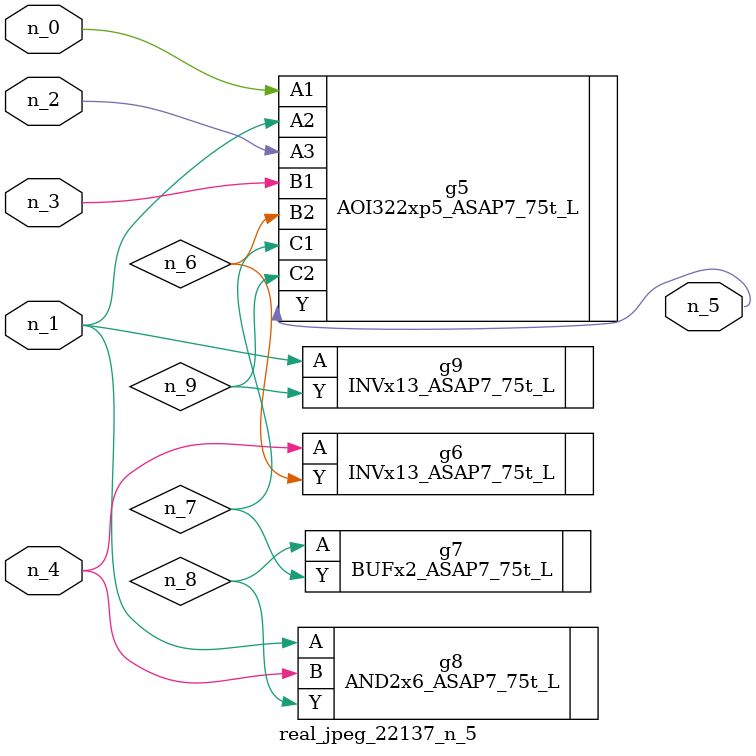
<source format=v>
module real_jpeg_22137_n_5 (n_4, n_0, n_1, n_2, n_3, n_5);

input n_4;
input n_0;
input n_1;
input n_2;
input n_3;

output n_5;

wire n_8;
wire n_6;
wire n_7;
wire n_9;

AOI322xp5_ASAP7_75t_L g5 ( 
.A1(n_0),
.A2(n_1),
.A3(n_2),
.B1(n_3),
.B2(n_6),
.C1(n_7),
.C2(n_9),
.Y(n_5)
);

AND2x6_ASAP7_75t_L g8 ( 
.A(n_1),
.B(n_4),
.Y(n_8)
);

INVx13_ASAP7_75t_L g9 ( 
.A(n_1),
.Y(n_9)
);

INVx13_ASAP7_75t_L g6 ( 
.A(n_4),
.Y(n_6)
);

BUFx2_ASAP7_75t_L g7 ( 
.A(n_8),
.Y(n_7)
);


endmodule
</source>
